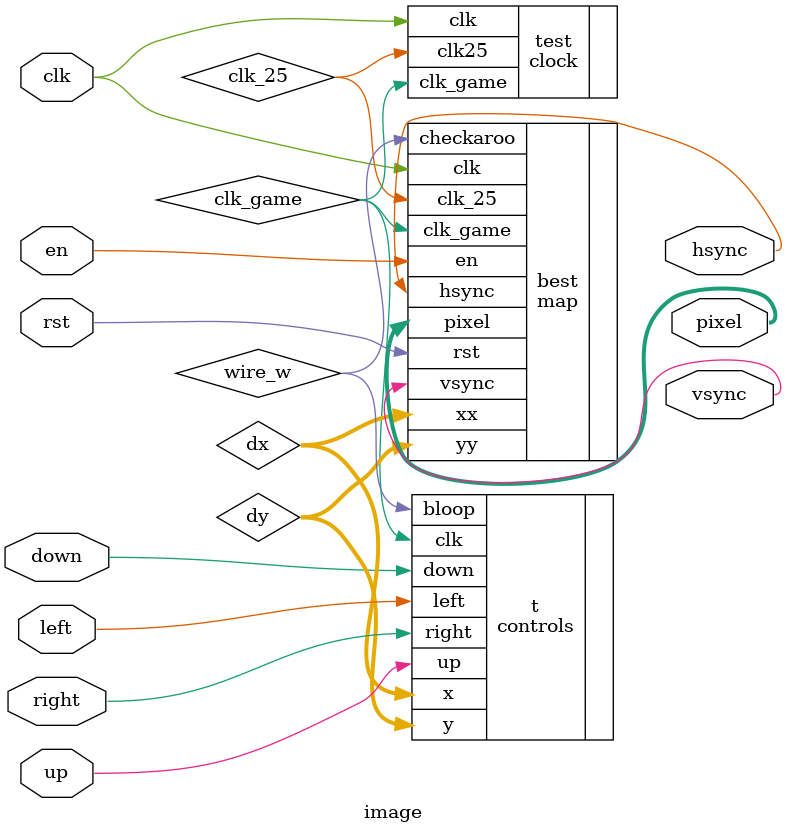
<source format=v>
`timescale 1ns / 1ps

module image(input clk, rst, en, left, right, up, down, output [11:0] pixel, output hsync, vsync);

wire clk_25, wire_w;
wire [9:0] dx, dy;
wire [9:0] foop_v, foop_h;

clock test (.clk(clk), .clk25(clk_25), .clk_game(clk_game));

map   best (.clk(clk), .clk_25(clk_25), .clk_game(clk_game), .rst(rst), .en(en), .hsync(hsync), .vsync(vsync), 
            .xx(dx), .yy(dy), .pixel(pixel), .checkaroo(wire_w));

controls t (.clk(clk_game), .left(left), .right(right), .up(up), .down(down), .x(dx), .y(dy), .bloop(wire_w));

endmodule

</source>
